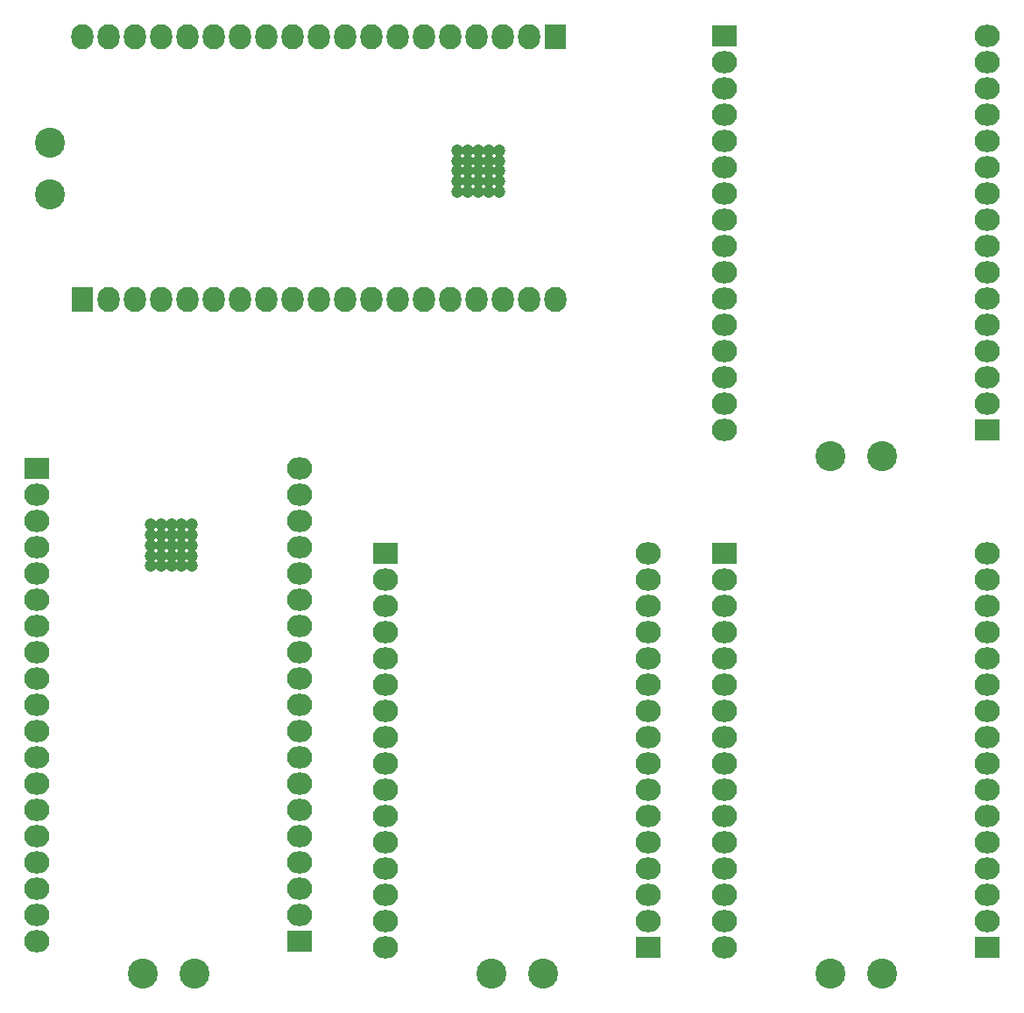
<source format=gbs>
G04 #@! TF.FileFunction,Soldermask,Bot*
%FSLAX46Y46*%
G04 Gerber Fmt 4.6, Leading zero omitted, Abs format (unit mm)*
G04 Created by KiCad (PCBNEW no-vcs-found-undefined) date Sat Nov  5 20:33:03 2016*
%MOMM*%
%LPD*%
G01*
G04 APERTURE LIST*
%ADD10C,0.100000*%
%ADD11C,2.900000*%
%ADD12C,1.200000*%
%ADD13R,2.432000X2.127200*%
%ADD14O,2.432000X2.127200*%
%ADD15R,2.127200X2.432000*%
%ADD16O,2.127200X2.432000*%
G04 APERTURE END LIST*
D10*
D11*
X105812000Y-135517000D03*
X100812000Y-135517000D03*
X105812000Y-185555000D03*
X100812000Y-185555000D03*
X25342000Y-110183000D03*
X25342000Y-105183000D03*
X39370000Y-185547000D03*
X34370000Y-185547000D03*
X73046000Y-185555000D03*
X68046000Y-185555000D03*
D12*
X39117000Y-142108000D03*
X39117000Y-143108000D03*
X39117000Y-144108000D03*
X39117000Y-145108000D03*
X39117000Y-146108000D03*
X37117000Y-142108000D03*
X37117000Y-143108000D03*
X37117000Y-144108000D03*
X37117000Y-145108000D03*
X37117000Y-146108000D03*
X38117000Y-146108000D03*
X38117000Y-145108000D03*
X38117000Y-144108000D03*
X38117000Y-143108000D03*
X38117000Y-142108000D03*
X36117000Y-142108000D03*
X36117000Y-143108000D03*
X36117000Y-144108000D03*
X36117000Y-145108000D03*
X36117000Y-146108000D03*
X35117000Y-146108000D03*
X35117000Y-145108000D03*
X35117000Y-144108000D03*
X35117000Y-143108000D03*
X35117000Y-142108000D03*
X68781000Y-109930000D03*
X67781000Y-109930000D03*
X66781000Y-109930000D03*
X65781000Y-109930000D03*
X64781000Y-109930000D03*
X68781000Y-107930000D03*
X67781000Y-107930000D03*
X66781000Y-107930000D03*
X65781000Y-107930000D03*
X64781000Y-107930000D03*
X64781000Y-108930000D03*
X65781000Y-108930000D03*
X66781000Y-108930000D03*
X67781000Y-108930000D03*
X68781000Y-108930000D03*
X68781000Y-106930000D03*
X67781000Y-106930000D03*
X66781000Y-106930000D03*
X65781000Y-106930000D03*
X64781000Y-106930000D03*
X64781000Y-105930000D03*
X65781000Y-105930000D03*
X66781000Y-105930000D03*
X67781000Y-105930000D03*
X68781000Y-105930000D03*
D13*
X90576400Y-94843600D03*
D14*
X90576400Y-97383600D03*
X90576400Y-99923600D03*
X90576400Y-102463600D03*
X90576400Y-105003600D03*
X90576400Y-107543600D03*
X90576400Y-110083600D03*
X90576400Y-112623600D03*
X90576400Y-115163600D03*
X90576400Y-117703600D03*
X90576400Y-120243600D03*
X90576400Y-122783600D03*
X90576400Y-125323600D03*
X90576400Y-127863600D03*
X90576400Y-130403600D03*
X90576400Y-132943600D03*
X115976400Y-94843600D03*
X115976400Y-97383600D03*
X115976400Y-99923600D03*
X115976400Y-102463600D03*
X115976400Y-105003600D03*
X115976400Y-107543600D03*
X115976400Y-110083600D03*
X115976400Y-112623600D03*
X115976400Y-115163600D03*
X115976400Y-117703600D03*
X115976400Y-120243600D03*
X115976400Y-122783600D03*
X115976400Y-125323600D03*
X115976400Y-127863600D03*
X115976400Y-130403600D03*
D13*
X115976400Y-132943600D03*
X115976400Y-182981600D03*
D14*
X115976400Y-180441600D03*
X115976400Y-177901600D03*
X115976400Y-175361600D03*
X115976400Y-172821600D03*
X115976400Y-170281600D03*
X115976400Y-167741600D03*
X115976400Y-165201600D03*
X115976400Y-162661600D03*
X115976400Y-160121600D03*
X115976400Y-157581600D03*
X115976400Y-155041600D03*
X115976400Y-152501600D03*
X115976400Y-149961600D03*
X115976400Y-147421600D03*
X115976400Y-144881600D03*
X90576400Y-182981600D03*
X90576400Y-180441600D03*
X90576400Y-177901600D03*
X90576400Y-175361600D03*
X90576400Y-172821600D03*
X90576400Y-170281600D03*
X90576400Y-167741600D03*
X90576400Y-165201600D03*
X90576400Y-162661600D03*
X90576400Y-160121600D03*
X90576400Y-157581600D03*
X90576400Y-155041600D03*
X90576400Y-152501600D03*
X90576400Y-149961600D03*
X90576400Y-147421600D03*
D13*
X90576400Y-144881600D03*
D15*
X28517000Y-120343000D03*
D16*
X31057000Y-120343000D03*
X33597000Y-120343000D03*
X36137000Y-120343000D03*
X38677000Y-120343000D03*
X41217000Y-120343000D03*
X43757000Y-120343000D03*
X46297000Y-120343000D03*
X48837000Y-120343000D03*
X51377000Y-120343000D03*
X53917000Y-120343000D03*
X56457000Y-120343000D03*
X58997000Y-120343000D03*
X61537000Y-120343000D03*
X64077000Y-120343000D03*
X66617000Y-120343000D03*
X69157000Y-120343000D03*
X71697000Y-120343000D03*
X74237000Y-120343000D03*
X28517000Y-94943000D03*
X31057000Y-94943000D03*
X33597000Y-94943000D03*
X36137000Y-94943000D03*
X38677000Y-94943000D03*
X41217000Y-94943000D03*
X43757000Y-94943000D03*
X46297000Y-94943000D03*
X48837000Y-94943000D03*
X51377000Y-94943000D03*
X53917000Y-94943000D03*
X56457000Y-94943000D03*
X58997000Y-94943000D03*
X61537000Y-94943000D03*
X64077000Y-94943000D03*
X66617000Y-94943000D03*
X69157000Y-94943000D03*
X71697000Y-94943000D03*
D15*
X74237000Y-94943000D03*
D13*
X24130000Y-136652000D03*
D14*
X24130000Y-139192000D03*
X24130000Y-141732000D03*
X24130000Y-144272000D03*
X24130000Y-146812000D03*
X24130000Y-149352000D03*
X24130000Y-151892000D03*
X24130000Y-154432000D03*
X24130000Y-156972000D03*
X24130000Y-159512000D03*
X24130000Y-162052000D03*
X24130000Y-164592000D03*
X24130000Y-167132000D03*
X24130000Y-169672000D03*
X24130000Y-172212000D03*
X24130000Y-174752000D03*
X24130000Y-177292000D03*
X24130000Y-179832000D03*
X24130000Y-182372000D03*
X49530000Y-136652000D03*
X49530000Y-139192000D03*
X49530000Y-141732000D03*
X49530000Y-144272000D03*
X49530000Y-146812000D03*
X49530000Y-149352000D03*
X49530000Y-151892000D03*
X49530000Y-154432000D03*
X49530000Y-156972000D03*
X49530000Y-159512000D03*
X49530000Y-162052000D03*
X49530000Y-164592000D03*
X49530000Y-167132000D03*
X49530000Y-169672000D03*
X49530000Y-172212000D03*
X49530000Y-174752000D03*
X49530000Y-177292000D03*
X49530000Y-179832000D03*
D13*
X49530000Y-182372000D03*
X57810400Y-144881600D03*
D14*
X57810400Y-147421600D03*
X57810400Y-149961600D03*
X57810400Y-152501600D03*
X57810400Y-155041600D03*
X57810400Y-157581600D03*
X57810400Y-160121600D03*
X57810400Y-162661600D03*
X57810400Y-165201600D03*
X57810400Y-167741600D03*
X57810400Y-170281600D03*
X57810400Y-172821600D03*
X57810400Y-175361600D03*
X57810400Y-177901600D03*
X57810400Y-180441600D03*
X57810400Y-182981600D03*
X83210400Y-144881600D03*
X83210400Y-147421600D03*
X83210400Y-149961600D03*
X83210400Y-152501600D03*
X83210400Y-155041600D03*
X83210400Y-157581600D03*
X83210400Y-160121600D03*
X83210400Y-162661600D03*
X83210400Y-165201600D03*
X83210400Y-167741600D03*
X83210400Y-170281600D03*
X83210400Y-172821600D03*
X83210400Y-175361600D03*
X83210400Y-177901600D03*
X83210400Y-180441600D03*
D13*
X83210400Y-182981600D03*
M02*

</source>
